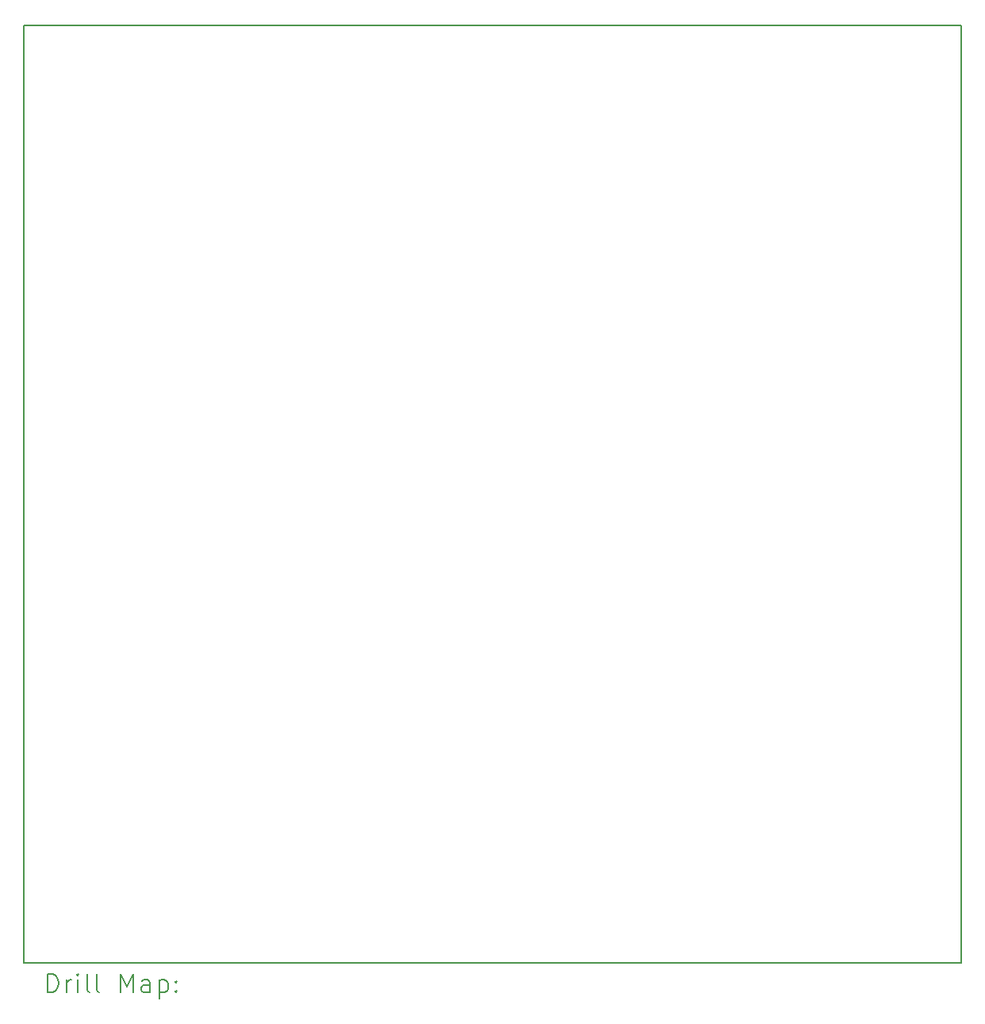
<source format=gbr>
%FSLAX45Y45*%
G04 Gerber Fmt 4.5, Leading zero omitted, Abs format (unit mm)*
G04 Created by KiCad (PCBNEW (6.0.4-0)) date 2022-09-18 19:18:17*
%MOMM*%
%LPD*%
G01*
G04 APERTURE LIST*
%TA.AperFunction,Profile*%
%ADD10C,0.150000*%
%TD*%
%ADD11C,0.200000*%
G04 APERTURE END LIST*
D10*
X4500000Y-14600000D02*
X14500000Y-14600000D01*
X4500000Y-4600000D02*
X4500000Y-14600000D01*
X14500000Y-4600000D02*
X4500000Y-4600000D01*
X14500000Y-14600000D02*
X14500000Y-4600000D01*
D11*
X4750119Y-14917976D02*
X4750119Y-14717976D01*
X4797738Y-14717976D01*
X4826310Y-14727500D01*
X4845357Y-14746548D01*
X4854881Y-14765595D01*
X4864405Y-14803690D01*
X4864405Y-14832262D01*
X4854881Y-14870357D01*
X4845357Y-14889405D01*
X4826310Y-14908452D01*
X4797738Y-14917976D01*
X4750119Y-14917976D01*
X4950119Y-14917976D02*
X4950119Y-14784643D01*
X4950119Y-14822738D02*
X4959643Y-14803690D01*
X4969167Y-14794167D01*
X4988214Y-14784643D01*
X5007262Y-14784643D01*
X5073929Y-14917976D02*
X5073929Y-14784643D01*
X5073929Y-14717976D02*
X5064405Y-14727500D01*
X5073929Y-14737024D01*
X5083452Y-14727500D01*
X5073929Y-14717976D01*
X5073929Y-14737024D01*
X5197738Y-14917976D02*
X5178690Y-14908452D01*
X5169167Y-14889405D01*
X5169167Y-14717976D01*
X5302500Y-14917976D02*
X5283452Y-14908452D01*
X5273929Y-14889405D01*
X5273929Y-14717976D01*
X5531071Y-14917976D02*
X5531071Y-14717976D01*
X5597738Y-14860833D01*
X5664405Y-14717976D01*
X5664405Y-14917976D01*
X5845357Y-14917976D02*
X5845357Y-14813214D01*
X5835833Y-14794167D01*
X5816786Y-14784643D01*
X5778690Y-14784643D01*
X5759643Y-14794167D01*
X5845357Y-14908452D02*
X5826309Y-14917976D01*
X5778690Y-14917976D01*
X5759643Y-14908452D01*
X5750119Y-14889405D01*
X5750119Y-14870357D01*
X5759643Y-14851309D01*
X5778690Y-14841786D01*
X5826309Y-14841786D01*
X5845357Y-14832262D01*
X5940595Y-14784643D02*
X5940595Y-14984643D01*
X5940595Y-14794167D02*
X5959643Y-14784643D01*
X5997738Y-14784643D01*
X6016786Y-14794167D01*
X6026309Y-14803690D01*
X6035833Y-14822738D01*
X6035833Y-14879881D01*
X6026309Y-14898928D01*
X6016786Y-14908452D01*
X5997738Y-14917976D01*
X5959643Y-14917976D01*
X5940595Y-14908452D01*
X6121548Y-14898928D02*
X6131071Y-14908452D01*
X6121548Y-14917976D01*
X6112024Y-14908452D01*
X6121548Y-14898928D01*
X6121548Y-14917976D01*
X6121548Y-14794167D02*
X6131071Y-14803690D01*
X6121548Y-14813214D01*
X6112024Y-14803690D01*
X6121548Y-14794167D01*
X6121548Y-14813214D01*
M02*

</source>
